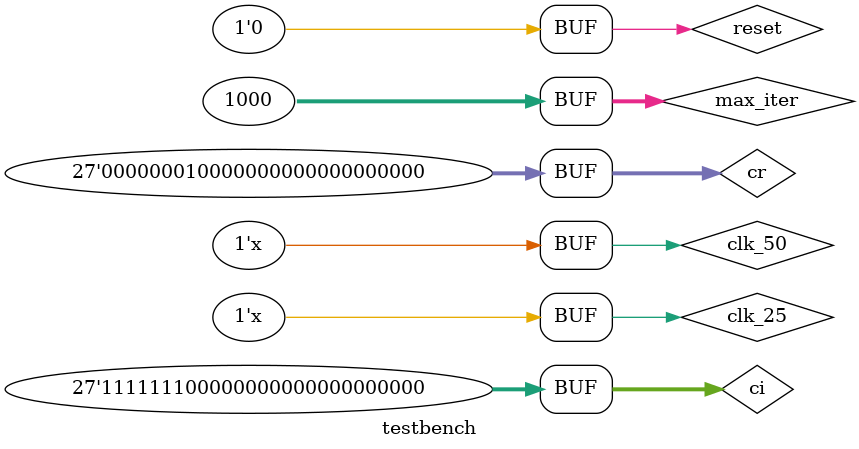
<source format=v>

`timescale 1ns/1ns
`include "/lab3_mandelbrot_one_iterator.v"

module testbench();
	
	reg clk_50, clk_25, reset;
	
	reg [31:0] index;

	reg  signed [26:0]  ci;
	reg  signed [26:0]  cr;
	reg         [31:0]  max_iter;


	wire        [31:0]  num_iter;


	//Initialize constants
	initial begin
		//ci        = 27'h400000; // 0.5
		//cr        = 27'h400000; // 0.5 Expected 5
		//ci        = 27'h1000000; // 2
		//cr        = 27'h1000000; // 2
		//ci        = -27'sh1000000; // -2
		//cr        = 27'h1000000; // 2
		//ci        = 27'h347ae1; // 0.41
		//cr        = -27'sh51eb85; // -0.64 Expected 223
		//ci        = 27'h200000;//0.25
		//cr        = 27'h340000;//0.40625 Expected 12
		//ci        = -27'h200000;//0.25
		//cr        = -27'h340000;//0.40625 Expected 1000
		//ci        = -27'sh3f0000;//0.3125
		//cr        = 27'h280000;//-0.4921875 Expected 61
		//ci        = 27'h0;//0
		//cr        = 27'h0;//0 Expected 1000
		//ci        = 27'h800000;//0
		//cr        = 27'h800000;//0 Expected 2
		//ci        = -27'h600000;//-.75
		//cr        = -27'h200000;//-.25 Expected 22
		ci        = -27'sh100000;
		cr        = 27'sh80000;
		max_iter  = 31'd1000;
	end

	
	//Initialize clocks and index
	initial begin
		clk_50 = 1'b0;
		clk_25 = 1'b0;
		index  = 32'd0;
		//testbench_out = 15'd0 ;
	end
	
	//Toggle the clocks
	always begin
		#10
		clk_50  = !clk_50;
	end
	
	always begin
		#20
		clk_25  = !clk_25;
	end
	
	//Intialize and drive signals
	initial begin
		reset  = 1'b0;
		#10 
		reset  = 1'b1;
		#30
		reset  = 1'b0;
	end
	
	//Increment index
	always @ (posedge clk_50) begin
		index  <= index + 32'd1;
	end

	

	//Instantiation of Device Under Test
mandelbrot_iterator lab3_iter (clk_50, reset, ci, cr, max_iter, num_iter);
	
endmodule


</source>
